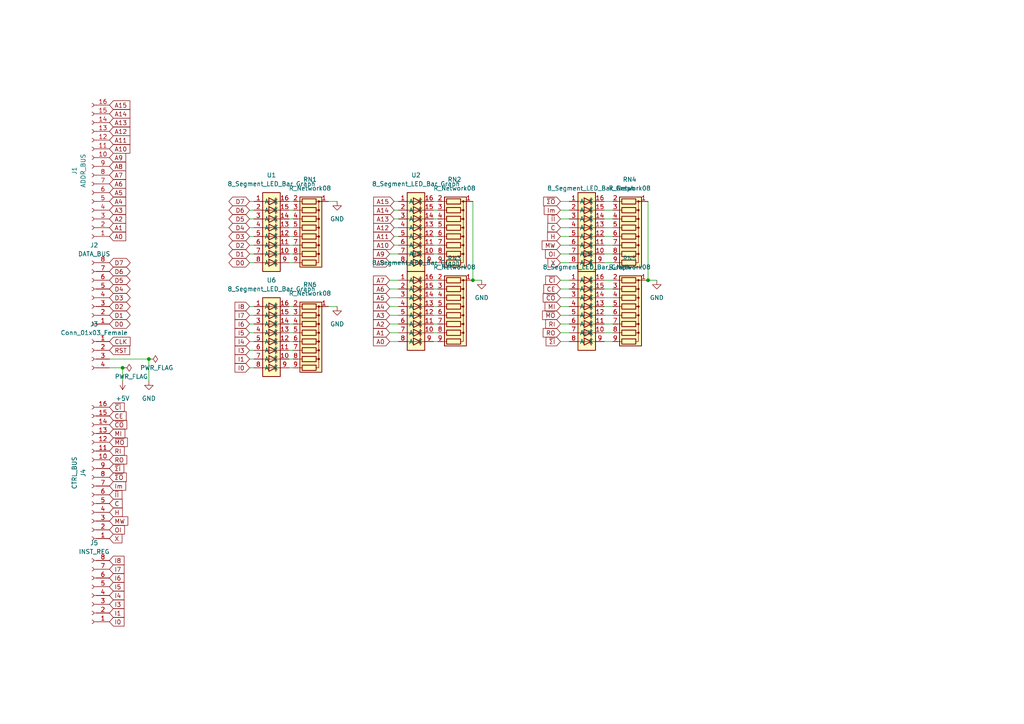
<source format=kicad_sch>
(kicad_sch (version 20211123) (generator eeschema)
  (paper "A4")
  (lib_symbols
    (symbol "Connector:Conn_01x04_Female" (pin_names (offset 1.016) hide)
      (property "Reference" "J" (at 0 5.08 0))
      (property "Value" "Conn_01x04_Female" (at 0 -7.62 0))
      (symbol "Conn_01x04_Female_1_1"
        (arc (start 0 -4.572) (mid -0.508 -5.08) (end 0 -5.588) (stroke (width 0.1524)))
        (arc (start 0 -2.032) (mid -0.508 -2.54) (end 0 -3.048) (stroke (width 0.1524)))
        (polyline (pts (xy -1.27 -5.08) (xy -0.508 -5.08)) (stroke (width 0.1524)))
        (polyline (pts (xy -1.27 -2.54) (xy -0.508 -2.54)) (stroke (width 0.1524)))
        (polyline (pts (xy -1.27 0) (xy -0.508 0)) (stroke (width 0.1524)))
        (polyline (pts (xy -1.27 2.54) (xy -0.508 2.54)) (stroke (width 0.1524)))
        (arc (start 0 0.508) (mid -0.508 0) (end 0 -0.508) (stroke (width 0.1524)))
        (arc (start 0 3.048) (mid -0.508 2.54) (end 0 2.032) (stroke (width 0.1524)))
        (pin passive line (at -5.08 2.54 0) (length 3.81) (name "Pin_1") (number "1"))
        (pin passive line (at -5.08 0 0) (length 3.81) (name "Pin_2") (number "2"))
        (pin passive line (at -5.08 -2.54 0) (length 3.81) (name "Pin_3") (number "3"))
        (pin passive line (at -5.08 -5.08 0) (length 3.81) (name "Pin_4") (number "4"))
      )
    )
    (symbol "Connector:Conn_01x08_Female" (pin_names (offset 1.016) hide)
      (property "Reference" "J" (at 0 10.16 0))
      (property "Value" "Conn_01x08_Female" (at 0 -12.7 0))
      (symbol "Conn_01x08_Female_1_1"
        (arc (start 0 -9.652) (mid -0.508 -10.16) (end 0 -10.668) (stroke (width 0.1524)))
        (arc (start 0 -7.112) (mid -0.508 -7.62) (end 0 -8.128) (stroke (width 0.1524)))
        (arc (start 0 -4.572) (mid -0.508 -5.08) (end 0 -5.588) (stroke (width 0.1524)))
        (arc (start 0 -2.032) (mid -0.508 -2.54) (end 0 -3.048) (stroke (width 0.1524)))
        (polyline (pts (xy -1.27 -10.16) (xy -0.508 -10.16)) (stroke (width 0.1524)))
        (polyline (pts (xy -1.27 -7.62) (xy -0.508 -7.62)) (stroke (width 0.1524)))
        (polyline (pts (xy -1.27 -5.08) (xy -0.508 -5.08)) (stroke (width 0.1524)))
        (polyline (pts (xy -1.27 -2.54) (xy -0.508 -2.54)) (stroke (width 0.1524)))
        (polyline (pts (xy -1.27 0) (xy -0.508 0)) (stroke (width 0.1524)))
        (polyline (pts (xy -1.27 2.54) (xy -0.508 2.54)) (stroke (width 0.1524)))
        (polyline (pts (xy -1.27 5.08) (xy -0.508 5.08)) (stroke (width 0.1524)))
        (polyline (pts (xy -1.27 7.62) (xy -0.508 7.62)) (stroke (width 0.1524)))
        (arc (start 0 0.508) (mid -0.508 0) (end 0 -0.508) (stroke (width 0.1524)))
        (arc (start 0 3.048) (mid -0.508 2.54) (end 0 2.032) (stroke (width 0.1524)))
        (arc (start 0 5.588) (mid -0.508 5.08) (end 0 4.572) (stroke (width 0.1524)))
        (arc (start 0 8.128) (mid -0.508 7.62) (end 0 7.112) (stroke (width 0.1524)))
        (pin passive line (at -5.08 7.62 0) (length 3.81) (name "Pin_1") (number "1"))
        (pin passive line (at -5.08 5.08 0) (length 3.81) (name "Pin_2") (number "2"))
        (pin passive line (at -5.08 2.54 0) (length 3.81) (name "Pin_3") (number "3"))
        (pin passive line (at -5.08 0 0) (length 3.81) (name "Pin_4") (number "4"))
        (pin passive line (at -5.08 -2.54 0) (length 3.81) (name "Pin_5") (number "5"))
        (pin passive line (at -5.08 -5.08 0) (length 3.81) (name "Pin_6") (number "6"))
        (pin passive line (at -5.08 -7.62 0) (length 3.81) (name "Pin_7") (number "7"))
        (pin passive line (at -5.08 -10.16 0) (length 3.81) (name "Pin_8") (number "8"))
      )
    )
    (symbol "Connector:Conn_01x16_Female" (pin_names (offset 1.016) hide)
      (property "Reference" "J" (at 0 20.32 0))
      (property "Value" "Conn_01x16_Female" (at 0 -22.86 0))
      (symbol "Conn_01x16_Female_1_1"
        (arc (start 0 -19.812) (mid -0.508 -20.32) (end 0 -20.828) (stroke (width 0.1524)))
        (arc (start 0 -17.272) (mid -0.508 -17.78) (end 0 -18.288) (stroke (width 0.1524)))
        (arc (start 0 -14.732) (mid -0.508 -15.24) (end 0 -15.748) (stroke (width 0.1524)))
        (arc (start 0 -12.192) (mid -0.508 -12.7) (end 0 -13.208) (stroke (width 0.1524)))
        (arc (start 0 -9.652) (mid -0.508 -10.16) (end 0 -10.668) (stroke (width 0.1524)))
        (arc (start 0 -7.112) (mid -0.508 -7.62) (end 0 -8.128) (stroke (width 0.1524)))
        (arc (start 0 -4.572) (mid -0.508 -5.08) (end 0 -5.588) (stroke (width 0.1524)))
        (arc (start 0 -2.032) (mid -0.508 -2.54) (end 0 -3.048) (stroke (width 0.1524)))
        (polyline (pts (xy -1.27 -20.32) (xy -0.508 -20.32)) (stroke (width 0.1524)))
        (polyline (pts (xy -1.27 -17.78) (xy -0.508 -17.78)) (stroke (width 0.1524)))
        (polyline (pts (xy -1.27 -15.24) (xy -0.508 -15.24)) (stroke (width 0.1524)))
        (polyline (pts (xy -1.27 -12.7) (xy -0.508 -12.7)) (stroke (width 0.1524)))
        (polyline (pts (xy -1.27 -10.16) (xy -0.508 -10.16)) (stroke (width 0.1524)))
        (polyline (pts (xy -1.27 -7.62) (xy -0.508 -7.62)) (stroke (width 0.1524)))
        (polyline (pts (xy -1.27 -5.08) (xy -0.508 -5.08)) (stroke (width 0.1524)))
        (polyline (pts (xy -1.27 -2.54) (xy -0.508 -2.54)) (stroke (width 0.1524)))
        (polyline (pts (xy -1.27 0) (xy -0.508 0)) (stroke (width 0.1524)))
        (polyline (pts (xy -1.27 2.54) (xy -0.508 2.54)) (stroke (width 0.1524)))
        (polyline (pts (xy -1.27 5.08) (xy -0.508 5.08)) (stroke (width 0.1524)))
        (polyline (pts (xy -1.27 7.62) (xy -0.508 7.62)) (stroke (width 0.1524)))
        (polyline (pts (xy -1.27 10.16) (xy -0.508 10.16)) (stroke (width 0.1524)))
        (polyline (pts (xy -1.27 12.7) (xy -0.508 12.7)) (stroke (width 0.1524)))
        (polyline (pts (xy -1.27 15.24) (xy -0.508 15.24)) (stroke (width 0.1524)))
        (polyline (pts (xy -1.27 17.78) (xy -0.508 17.78)) (stroke (width 0.1524)))
        (arc (start 0 0.508) (mid -0.508 0) (end 0 -0.508) (stroke (width 0.1524)))
        (arc (start 0 3.048) (mid -0.508 2.54) (end 0 2.032) (stroke (width 0.1524)))
        (arc (start 0 5.588) (mid -0.508 5.08) (end 0 4.572) (stroke (width 0.1524)))
        (arc (start 0 8.128) (mid -0.508 7.62) (end 0 7.112) (stroke (width 0.1524)))
        (arc (start 0 10.668) (mid -0.508 10.16) (end 0 9.652) (stroke (width 0.1524)))
        (arc (start 0 13.208) (mid -0.508 12.7) (end 0 12.192) (stroke (width 0.1524)))
        (arc (start 0 15.748) (mid -0.508 15.24) (end 0 14.732) (stroke (width 0.1524)))
        (arc (start 0 18.288) (mid -0.508 17.78) (end 0 17.272) (stroke (width 0.1524)))
        (pin passive line (at -5.08 17.78 0) (length 3.81) (name "Pin_1") (number "1"))
        (pin passive line (at -5.08 -5.08 0) (length 3.81) (name "Pin_10") (number "10"))
        (pin passive line (at -5.08 -7.62 0) (length 3.81) (name "Pin_11") (number "11"))
        (pin passive line (at -5.08 -10.16 0) (length 3.81) (name "Pin_12") (number "12"))
        (pin passive line (at -5.08 -12.7 0) (length 3.81) (name "Pin_13") (number "13"))
        (pin passive line (at -5.08 -15.24 0) (length 3.81) (name "Pin_14") (number "14"))
        (pin passive line (at -5.08 -17.78 0) (length 3.81) (name "Pin_15") (number "15"))
        (pin passive line (at -5.08 -20.32 0) (length 3.81) (name "Pin_16") (number "16"))
        (pin passive line (at -5.08 15.24 0) (length 3.81) (name "Pin_2") (number "2"))
        (pin passive line (at -5.08 12.7 0) (length 3.81) (name "Pin_3") (number "3"))
        (pin passive line (at -5.08 10.16 0) (length 3.81) (name "Pin_4") (number "4"))
        (pin passive line (at -5.08 7.62 0) (length 3.81) (name "Pin_5") (number "5"))
        (pin passive line (at -5.08 5.08 0) (length 3.81) (name "Pin_6") (number "6"))
        (pin passive line (at -5.08 2.54 0) (length 3.81) (name "Pin_7") (number "7"))
        (pin passive line (at -5.08 0 0) (length 3.81) (name "Pin_8") (number "8"))
        (pin passive line (at -5.08 -2.54 0) (length 3.81) (name "Pin_9") (number "9"))
      )
    )
    (symbol "Device:R_Network08" (pin_names (offset 0) hide)
      (property "Reference" "RN" (at -12.7 0 90))
      (property "Value" "R_Network08" (at 10.16 0 90))
      (symbol "R_Network08_0_1"
        (rectangle (start -11.43 -3.175) (end 8.89 3.175) (stroke (width 0.254)) (fill (type background)))
        (rectangle (start -10.922 1.524) (end -9.398 -2.54) (stroke (width 0.254)))
        (circle (center -10.16 2.286) (radius 0.254) (fill (type outline)))
        (rectangle (start -8.382 1.524) (end -6.858 -2.54) (stroke (width 0.254)))
        (circle (center -7.62 2.286) (radius 0.254) (fill (type outline)))
        (rectangle (start -5.842 1.524) (end -4.318 -2.54) (stroke (width 0.254)))
        (circle (center -5.08 2.286) (radius 0.254) (fill (type outline)))
        (rectangle (start -3.302 1.524) (end -1.778 -2.54) (stroke (width 0.254)))
        (circle (center -2.54 2.286) (radius 0.254) (fill (type outline)))
        (rectangle (start -0.762 1.524) (end 0.762 -2.54) (stroke (width 0.254)))
        (polyline (pts (xy -10.16 -2.54) (xy -10.16 -3.81)))
        (polyline (pts (xy -7.62 -2.54) (xy -7.62 -3.81)))
        (polyline (pts (xy -5.08 -2.54) (xy -5.08 -3.81)))
        (polyline (pts (xy -2.54 -2.54) (xy -2.54 -3.81)))
        (polyline (pts (xy 0 -2.54) (xy 0 -3.81)))
        (polyline (pts (xy 2.54 -2.54) (xy 2.54 -3.81)))
        (polyline (pts (xy 5.08 -2.54) (xy 5.08 -3.81)))
        (polyline (pts (xy 7.62 -2.54) (xy 7.62 -3.81)))
        (polyline (pts (xy -10.16 1.524) (xy -10.16 2.286) (xy -7.62 2.286) (xy -7.62 1.524)))
        (polyline (pts (xy -7.62 1.524) (xy -7.62 2.286) (xy -5.08 2.286) (xy -5.08 1.524)))
        (polyline (pts (xy -5.08 1.524) (xy -5.08 2.286) (xy -2.54 2.286) (xy -2.54 1.524)))
        (polyline (pts (xy -2.54 1.524) (xy -2.54 2.286) (xy 0 2.286) (xy 0 1.524)))
        (polyline (pts (xy 0 1.524) (xy 0 2.286) (xy 2.54 2.286) (xy 2.54 1.524)))
        (polyline (pts (xy 2.54 1.524) (xy 2.54 2.286) (xy 5.08 2.286) (xy 5.08 1.524)))
        (polyline (pts (xy 5.08 1.524) (xy 5.08 2.286) (xy 7.62 2.286) (xy 7.62 1.524)))
        (circle (center 0 2.286) (radius 0.254) (fill (type outline)))
        (rectangle (start 1.778 1.524) (end 3.302 -2.54) (stroke (width 0.254)))
        (circle (center 2.54 2.286) (radius 0.254) (fill (type outline)))
        (rectangle (start 4.318 1.524) (end 5.842 -2.54) (stroke (width 0.254)))
        (circle (center 5.08 2.286) (radius 0.254) (fill (type outline)))
        (rectangle (start 6.858 1.524) (end 8.382 -2.54) (stroke (width 0.254)))
      )
      (symbol "R_Network08_1_1"
        (pin passive line (at -10.16 5.08 270) (length 2.54) (name "common") (number "1"))
        (pin passive line (at -10.16 -5.08 90) (length 1.27) (name "R1") (number "2"))
        (pin passive line (at -7.62 -5.08 90) (length 1.27) (name "R2") (number "3"))
        (pin passive line (at -5.08 -5.08 90) (length 1.27) (name "R3") (number "4"))
        (pin passive line (at -2.54 -5.08 90) (length 1.27) (name "R4") (number "5"))
        (pin passive line (at 0 -5.08 90) (length 1.27) (name "R5") (number "6"))
        (pin passive line (at 2.54 -5.08 90) (length 1.27) (name "R6") (number "7"))
        (pin passive line (at 5.08 -5.08 90) (length 1.27) (name "R7") (number "8"))
        (pin passive line (at 7.62 -5.08 90) (length 1.27) (name "R8") (number "9"))
      )
    )
    (symbol "LED:8_Segment_LED_Bar_Graph"
      (property "Reference" "U" (at 0 0 0))
      (property "Value" "8_Segment_LED_Bar_Graph" (at 0 0 0))
      (symbol "8_Segment_LED_Bar_Graph_0_1"
        (rectangle (start -2.54 13.97) (end 2.54 -8.89) (stroke (width 0.254)) (fill (type background)))
        (polyline (pts (xy -2.54 -6.35) (xy 2.54 -6.35)))
        (polyline (pts (xy -2.54 -3.81) (xy 2.54 -3.81)))
        (polyline (pts (xy -2.54 1.27) (xy 2.54 1.27)))
        (polyline (pts (xy -2.54 6.35) (xy 2.54 6.35)))
        (polyline (pts (xy -2.54 8.89) (xy 2.54 8.89)))
        (polyline (pts (xy -2.54 11.43) (xy 2.54 11.43)))
        (polyline (pts (xy 1.27 -5.334) (xy 1.27 -7.366)) (stroke (width 0.254)))
        (polyline (pts (xy 1.27 -2.794) (xy 1.27 -4.826)) (stroke (width 0.254)))
        (polyline (pts (xy 1.27 -0.254) (xy 1.27 -2.286)) (stroke (width 0.254)))
        (polyline (pts (xy 1.27 2.286) (xy 1.27 0.254)) (stroke (width 0.254)))
        (polyline (pts (xy 1.27 4.826) (xy 1.27 2.794)) (stroke (width 0.254)))
        (polyline (pts (xy 1.27 7.366) (xy 1.27 5.334)) (stroke (width 0.254)))
        (polyline (pts (xy 1.27 9.906) (xy 1.27 7.874)) (stroke (width 0.254)))
        (polyline (pts (xy 1.27 12.446) (xy 1.27 10.414)) (stroke (width 0.254)))
        (polyline (pts (xy 2.54 -1.27) (xy -2.54 -1.27)))
        (polyline (pts (xy 2.54 3.81) (xy -2.54 3.81)))
        (polyline (pts (xy -0.762 -5.334) (xy -0.762 -7.366) (xy 1.27 -6.35) (xy -0.762 -5.334)) (stroke (width 0.254)))
        (polyline (pts (xy -0.762 -2.794) (xy -0.762 -4.826) (xy 1.27 -3.81) (xy -0.762 -2.794)) (stroke (width 0.254)))
        (polyline (pts (xy -0.762 -0.254) (xy -0.762 -2.286) (xy 1.27 -1.27) (xy -0.762 -0.254)) (stroke (width 0.254)))
        (polyline (pts (xy -0.762 2.286) (xy -0.762 0.254) (xy 1.27 1.27) (xy -0.762 2.286)) (stroke (width 0.254)))
        (polyline (pts (xy -0.762 4.826) (xy -0.762 2.794) (xy 1.27 3.81) (xy -0.762 4.826)) (stroke (width 0.254)))
        (polyline (pts (xy -0.762 7.366) (xy -0.762 5.334) (xy 1.27 6.35) (xy -0.762 7.366)) (stroke (width 0.254)))
        (polyline (pts (xy -0.762 9.906) (xy -0.762 7.874) (xy 1.27 8.89) (xy -0.762 9.906)) (stroke (width 0.254)))
        (polyline (pts (xy -0.762 12.446) (xy -0.762 10.414) (xy 1.27 11.43) (xy -0.762 12.446)) (stroke (width 0.254)))
      )
      (symbol "8_Segment_LED_Bar_Graph_1_1"
        (pin passive line (at -5.08 11.43 0) (length 2.54) (name "A") (number "1"))
        (pin passive line (at 5.08 -3.81 180) (length 2.54) (name "K") (number "10"))
        (pin passive line (at 5.08 -1.27 180) (length 2.54) (name "K") (number "11"))
        (pin passive line (at 5.08 1.27 180) (length 2.54) (name "K") (number "12"))
        (pin passive line (at 5.08 3.81 180) (length 2.54) (name "K") (number "13"))
        (pin passive line (at 5.08 6.35 180) (length 2.54) (name "K") (number "14"))
        (pin passive line (at 5.08 8.89 180) (length 2.54) (name "K") (number "15"))
        (pin passive line (at 5.08 11.43 180) (length 2.54) (name "K") (number "16"))
        (pin passive line (at -5.08 8.89 0) (length 2.54) (name "A") (number "2"))
        (pin passive line (at -5.08 6.35 0) (length 2.54) (name "A") (number "3"))
        (pin passive line (at -5.08 3.81 0) (length 2.54) (name "A") (number "4"))
        (pin passive line (at -5.08 1.27 0) (length 2.54) (name "A") (number "5"))
        (pin passive line (at -5.08 -1.27 0) (length 2.54) (name "A") (number "6"))
        (pin passive line (at -5.08 -3.81 0) (length 2.54) (name "A") (number "7"))
        (pin passive line (at -5.08 -6.35 0) (length 2.54) (name "A") (number "8"))
        (pin passive line (at 5.08 -6.35 180) (length 2.54) (name "K") (number "9"))
      )
    )
    (symbol "power:+5V" (power) (pin_names (offset 0))
      (property "Value" "+5V" (at 0 3.556 0))
      (symbol "+5V_0_1"
        (polyline (pts (xy -0.762 1.27) (xy 0 2.54)))
        (polyline (pts (xy 0 0) (xy 0 2.54)))
        (polyline (pts (xy 0 2.54) (xy 0.762 1.27)))
      )
      (symbol "+5V_1_1"
        (pin power_in line (at 0 0 90) (length 0) hide (name "+5V") (number "1"))
      )
    )
    (symbol "power:GND" (power) (pin_names (offset 0))
      (property "Value" "GND" (at 0 -3.81 0))
      (symbol "GND_0_1"
        (polyline (pts (xy 0 0) (xy 0 -1.27) (xy 1.27 -1.27) (xy 0 -2.54) (xy -1.27 -1.27) (xy 0 -1.27)))
      )
      (symbol "GND_1_1"
        (pin power_in line (at 0 0 270) (length 0) hide (name "GND") (number "1"))
      )
    )
    (symbol "power:PWR_FLAG" (power) (pin_numbers hide) (pin_names (offset 0) hide)
      (property "Value" "PWR_FLAG" (at 0 3.81 0))
      (symbol "PWR_FLAG_0_0"
        (pin power_out line (at 0 0 90) (length 0) (name "pwr") (number "1"))
      )
      (symbol "PWR_FLAG_0_1"
        (polyline (pts (xy 0 0) (xy 0 1.27) (xy -1.016 1.905) (xy 0 2.54) (xy 1.016 1.905) (xy 0 1.27)))
      )
    )
  )
  (junction (at 187.96 81.28))
  (junction (at 137.16 81.28))
  (junction (at 35.56 106.68))
  (junction (at 43.18 104.14))
  (wire (pts (xy 175.26 93.98) (xy 177.8 93.98)))
  (wire (pts (xy 165.1 91.44) (xy 162.56 91.44)))
  (wire (pts (xy 115.57 81.28) (xy 113.03 81.28)))
  (wire (pts (xy 83.82 66.04) (xy 85.09 66.04)))
  (wire (pts (xy 125.73 66.04) (xy 127 66.04)))
  (wire (pts (xy 125.73 58.42) (xy 127 58.42)))
  (wire (pts (xy 165.1 66.04) (xy 162.56 66.04)))
  (wire (pts (xy 83.82 106.68) (xy 85.09 106.68)))
  (wire (pts (xy 175.26 60.96) (xy 177.8 60.96)))
  (wire (pts (xy 125.73 99.06) (xy 127 99.06)))
  (wire (pts (xy 165.1 81.28) (xy 162.56 81.28)))
  (wire (pts (xy 73.66 73.66) (xy 72.39 73.66)))
  (wire (pts (xy 175.26 71.12) (xy 177.8 71.12)))
  (wire (pts (xy 83.82 96.52) (xy 85.09 96.52)))
  (wire (pts (xy 115.57 88.9) (xy 113.03 88.9)))
  (wire (pts (xy 114.3 63.5) (xy 115.57 63.5)))
  (wire (pts (xy 73.66 93.98) (xy 72.39 93.98)))
  (wire (pts (xy 83.82 99.06) (xy 85.09 99.06)))
  (wire (pts (xy 95.25 58.42) (xy 97.79 58.42)))
  (wire (pts (xy 165.1 76.2) (xy 162.56 76.2)))
  (wire (pts (xy 73.66 68.58) (xy 72.39 68.58)))
  (wire (pts (xy 114.3 58.42) (xy 115.57 58.42)))
  (wire (pts (xy 73.66 71.12) (xy 72.39 71.12)))
  (wire (pts (xy 73.66 106.68) (xy 72.39 106.68)))
  (wire (pts (xy 165.1 96.52) (xy 162.56 96.52)))
  (wire (pts (xy 137.16 58.42) (xy 137.16 81.28)))
  (wire (pts (xy 175.26 73.66) (xy 177.8 73.66)))
  (wire (pts (xy 73.66 76.2) (xy 72.39 76.2)))
  (wire (pts (xy 125.73 88.9) (xy 127 88.9)))
  (wire (pts (xy 83.82 71.12) (xy 85.09 71.12)))
  (wire (pts (xy 125.73 63.5) (xy 127 63.5)))
  (wire (pts (xy 73.66 96.52) (xy 72.39 96.52)))
  (wire (pts (xy 175.26 91.44) (xy 177.8 91.44)))
  (wire (pts (xy 175.26 81.28) (xy 177.8 81.28)))
  (wire (pts (xy 165.1 73.66) (xy 162.56 73.66)))
  (wire (pts (xy 115.57 93.98) (xy 113.03 93.98)))
  (wire (pts (xy 43.18 104.14) (xy 43.18 110.49)))
  (wire (pts (xy 165.1 71.12) (xy 162.56 71.12)))
  (wire (pts (xy 114.3 68.58) (xy 115.57 68.58)))
  (wire (pts (xy 73.66 99.06) (xy 72.39 99.06)))
  (wire (pts (xy 165.1 58.42) (xy 162.56 58.42)))
  (wire (pts (xy 125.73 81.28) (xy 127 81.28)))
  (wire (pts (xy 83.82 101.6) (xy 85.09 101.6)))
  (wire (pts (xy 187.96 58.42) (xy 187.96 81.28)))
  (wire (pts (xy 114.3 71.12) (xy 115.57 71.12)))
  (wire (pts (xy 31.75 104.14) (xy 43.18 104.14)))
  (wire (pts (xy 73.66 66.04) (xy 72.39 66.04)))
  (wire (pts (xy 115.57 99.06) (xy 113.03 99.06)))
  (wire (pts (xy 73.66 101.6) (xy 72.39 101.6)))
  (wire (pts (xy 165.1 60.96) (xy 162.56 60.96)))
  (wire (pts (xy 125.73 71.12) (xy 127 71.12)))
  (wire (pts (xy 175.26 88.9) (xy 177.8 88.9)))
  (wire (pts (xy 175.26 58.42) (xy 177.8 58.42)))
  (wire (pts (xy 113.03 76.2) (xy 115.57 76.2)))
  (wire (pts (xy 73.66 63.5) (xy 72.39 63.5)))
  (wire (pts (xy 113.03 73.66) (xy 115.57 73.66)))
  (wire (pts (xy 125.73 76.2) (xy 127 76.2)))
  (wire (pts (xy 175.26 68.58) (xy 177.8 68.58)))
  (wire (pts (xy 125.73 91.44) (xy 127 91.44)))
  (wire (pts (xy 115.57 86.36) (xy 113.03 86.36)))
  (wire (pts (xy 125.73 83.82) (xy 127 83.82)))
  (wire (pts (xy 114.3 66.04) (xy 115.57 66.04)))
  (wire (pts (xy 165.1 93.98) (xy 162.56 93.98)))
  (wire (pts (xy 137.16 81.28) (xy 139.7 81.28)))
  (wire (pts (xy 175.26 63.5) (xy 177.8 63.5)))
  (wire (pts (xy 165.1 68.58) (xy 162.56 68.58)))
  (wire (pts (xy 175.26 66.04) (xy 177.8 66.04)))
  (wire (pts (xy 115.57 83.82) (xy 113.03 83.82)))
  (wire (pts (xy 115.57 96.52) (xy 113.03 96.52)))
  (wire (pts (xy 83.82 60.96) (xy 85.09 60.96)))
  (wire (pts (xy 73.66 91.44) (xy 72.39 91.44)))
  (wire (pts (xy 165.1 99.06) (xy 162.56 99.06)))
  (wire (pts (xy 83.82 73.66) (xy 85.09 73.66)))
  (wire (pts (xy 83.82 63.5) (xy 85.09 63.5)))
  (wire (pts (xy 73.66 60.96) (xy 72.39 60.96)))
  (wire (pts (xy 95.25 88.9) (xy 97.79 88.9)))
  (wire (pts (xy 73.66 58.42) (xy 72.39 58.42)))
  (wire (pts (xy 83.82 76.2) (xy 85.09 76.2)))
  (wire (pts (xy 125.73 86.36) (xy 127 86.36)))
  (wire (pts (xy 83.82 88.9) (xy 85.09 88.9)))
  (wire (pts (xy 165.1 63.5) (xy 162.56 63.5)))
  (wire (pts (xy 175.26 76.2) (xy 177.8 76.2)))
  (wire (pts (xy 165.1 86.36) (xy 162.56 86.36)))
  (wire (pts (xy 83.82 58.42) (xy 85.09 58.42)))
  (wire (pts (xy 165.1 83.82) (xy 162.56 83.82)))
  (wire (pts (xy 115.57 91.44) (xy 113.03 91.44)))
  (wire (pts (xy 83.82 104.14) (xy 85.09 104.14)))
  (wire (pts (xy 83.82 93.98) (xy 85.09 93.98)))
  (wire (pts (xy 175.26 96.52) (xy 177.8 96.52)))
  (wire (pts (xy 114.3 60.96) (xy 115.57 60.96)))
  (wire (pts (xy 83.82 91.44) (xy 85.09 91.44)))
  (wire (pts (xy 73.66 88.9) (xy 72.39 88.9)))
  (wire (pts (xy 165.1 88.9) (xy 162.56 88.9)))
  (wire (pts (xy 83.82 68.58) (xy 85.09 68.58)))
  (wire (pts (xy 35.56 106.68) (xy 35.56 110.49)))
  (wire (pts (xy 125.73 68.58) (xy 127 68.58)))
  (wire (pts (xy 175.26 83.82) (xy 177.8 83.82)))
  (wire (pts (xy 175.26 86.36) (xy 177.8 86.36)))
  (wire (pts (xy 125.73 93.98) (xy 127 93.98)))
  (wire (pts (xy 31.75 106.68) (xy 35.56 106.68)))
  (wire (pts (xy 175.26 99.06) (xy 177.8 99.06)))
  (wire (pts (xy 125.73 60.96) (xy 127 60.96)))
  (wire (pts (xy 187.96 81.28) (xy 190.5 81.28)))
  (wire (pts (xy 73.66 104.14) (xy 72.39 104.14)))
  (wire (pts (xy 125.73 73.66) (xy 127 73.66)))
  (wire (pts (xy 125.73 96.52) (xy 127 96.52)))
  (global_label "I1" (shape input) (at 72.39 104.14 180) (property "Intersheet References" "${INTERSHEET_REFS}" (effects hide)))
  (global_label "I3" (shape input) (at 72.39 101.6 180) (property "Intersheet References" "${INTERSHEET_REFS}" (effects hide)))
  (global_label "RO" (shape input) (at 31.75 133.35 0) (property "Intersheet References" "${INTERSHEET_REFS}" (effects hide)))
  (global_label "~{MO}" (shape input) (at 162.56 91.44 180) (property "Intersheet References" "${INTERSHEET_REFS}" (effects hide)))
  (global_label "D0" (shape tri_state) (at 31.75 93.98 0) (property "Intersheet References" "${INTERSHEET_REFS}" (effects hide)))
  (global_label "CLK" (shape input) (at 31.75 99.06 0) (property "Intersheet References" "${INTERSHEET_REFS}" (effects hide)))
  (global_label "D5" (shape tri_state) (at 31.75 81.28 0) (property "Intersheet References" "${INTERSHEET_REFS}" (effects hide)))
  (global_label "I5" (shape input) (at 31.75 170.18 0) (property "Intersheet References" "${INTERSHEET_REFS}" (effects hide)))
  (global_label "A8" (shape input) (at 113.03 76.2 180) (property "Intersheet References" "${INTERSHEET_REFS}" (effects hide)))
  (global_label "A9" (shape input) (at 31.75 45.72 0) (property "Intersheet References" "${INTERSHEET_REFS}" (effects hide)))
  (global_label "I0" (shape input) (at 72.39 106.68 180) (property "Intersheet References" "${INTERSHEET_REFS}" (effects hide)))
  (global_label "~{CI}" (shape input) (at 31.75 118.11 0) (property "Intersheet References" "${INTERSHEET_REFS}" (effects hide)))
  (global_label "A2" (shape input) (at 113.03 93.98 180) (property "Intersheet References" "${INTERSHEET_REFS}" (effects hide)))
  (global_label "~{II}" (shape input) (at 31.75 143.51 0) (property "Intersheet References" "${INTERSHEET_REFS}" (effects hide)))
  (global_label "A6" (shape input) (at 31.75 53.34 0) (property "Intersheet References" "${INTERSHEET_REFS}" (effects hide)))
  (global_label "C" (shape input) (at 162.56 66.04 180) (property "Intersheet References" "${INTERSHEET_REFS}" (effects hide)))
  (global_label "I8" (shape input) (at 31.75 162.56 0) (property "Intersheet References" "${INTERSHEET_REFS}" (effects hide)))
  (global_label "A11" (shape input) (at 114.3 68.58 180) (property "Intersheet References" "${INTERSHEET_REFS}" (effects hide)))
  (global_label "A2" (shape input) (at 31.75 63.5 0) (property "Intersheet References" "${INTERSHEET_REFS}" (effects hide)))
  (global_label "D2" (shape tri_state) (at 31.75 88.9 0) (property "Intersheet References" "${INTERSHEET_REFS}" (effects hide)))
  (global_label "X" (shape input) (at 31.75 156.21 0) (property "Intersheet References" "${INTERSHEET_REFS}" (effects hide)))
  (global_label "MW" (shape input) (at 162.56 71.12 180) (property "Intersheet References" "${INTERSHEET_REFS}" (effects hide)))
  (global_label "~{ΣI}" (shape input) (at 162.56 99.06 180) (property "Intersheet References" "${INTERSHEET_REFS}" (effects hide)))
  (global_label "I4" (shape input) (at 31.75 172.72 0) (property "Intersheet References" "${INTERSHEET_REFS}" (effects hide)))
  (global_label "A15" (shape input) (at 114.3 58.42 180) (property "Intersheet References" "${INTERSHEET_REFS}" (effects hide)))
  (global_label "A13" (shape input) (at 31.75 35.56 0) (property "Intersheet References" "${INTERSHEET_REFS}" (effects hide)))
  (global_label "I8" (shape input) (at 72.39 88.9 180) (property "Intersheet References" "${INTERSHEET_REFS}" (effects hide)))
  (global_label "D0" (shape tri_state) (at 72.39 76.2 180) (property "Intersheet References" "${INTERSHEET_REFS}" (effects hide)))
  (global_label "A0" (shape input) (at 31.75 68.58 0) (property "Intersheet References" "${INTERSHEET_REFS}" (effects hide)))
  (global_label "A12" (shape input) (at 114.3 66.04 180) (property "Intersheet References" "${INTERSHEET_REFS}" (effects hide)))
  (global_label "A14" (shape input) (at 31.75 33.02 0) (property "Intersheet References" "${INTERSHEET_REFS}" (effects hide)))
  (global_label "~{CO}" (shape input) (at 162.56 86.36 180) (property "Intersheet References" "${INTERSHEET_REFS}" (effects hide)))
  (global_label "D1" (shape tri_state) (at 31.75 91.44 0) (property "Intersheet References" "${INTERSHEET_REFS}" (effects hide)))
  (global_label "A3" (shape input) (at 113.03 91.44 180) (property "Intersheet References" "${INTERSHEET_REFS}" (effects hide)))
  (global_label "I4" (shape input) (at 72.39 99.06 180) (property "Intersheet References" "${INTERSHEET_REFS}" (effects hide)))
  (global_label "~{CI}" (shape input) (at 162.56 81.28 180) (property "Intersheet References" "${INTERSHEET_REFS}" (effects hide)))
  (global_label "RI" (shape input) (at 31.75 130.81 0) (property "Intersheet References" "${INTERSHEET_REFS}" (effects hide)))
  (global_label "X" (shape input) (at 162.56 76.2 180) (property "Intersheet References" "${INTERSHEET_REFS}" (effects hide)))
  (global_label "A15" (shape input) (at 31.75 30.48 0) (property "Intersheet References" "${INTERSHEET_REFS}" (effects hide)))
  (global_label "A5" (shape input) (at 31.75 55.88 0) (property "Intersheet References" "${INTERSHEET_REFS}" (effects hide)))
  (global_label "A8" (shape input) (at 31.75 48.26 0) (property "Intersheet References" "${INTERSHEET_REFS}" (effects hide)))
  (global_label "D5" (shape tri_state) (at 72.39 63.5 180) (property "Intersheet References" "${INTERSHEET_REFS}" (effects hide)))
  (global_label "A1" (shape input) (at 31.75 66.04 0) (property "Intersheet References" "${INTERSHEET_REFS}" (effects hide)))
  (global_label "A11" (shape input) (at 31.75 40.64 0) (property "Intersheet References" "${INTERSHEET_REFS}" (effects hide)))
  (global_label "D6" (shape tri_state) (at 31.75 78.74 0) (property "Intersheet References" "${INTERSHEET_REFS}" (effects hide)))
  (global_label "I0" (shape input) (at 31.75 180.34 0) (property "Intersheet References" "${INTERSHEET_REFS}" (effects hide)))
  (global_label "D3" (shape tri_state) (at 72.39 68.58 180) (property "Intersheet References" "${INTERSHEET_REFS}" (effects hide)))
  (global_label "A7" (shape input) (at 31.75 50.8 0) (property "Intersheet References" "${INTERSHEET_REFS}" (effects hide)))
  (global_label "OI" (shape input) (at 31.75 153.67 0) (property "Intersheet References" "${INTERSHEET_REFS}" (effects hide)))
  (global_label "~{ΣO}" (shape input) (at 31.75 138.43 0) (property "Intersheet References" "${INTERSHEET_REFS}" (effects hide)))
  (global_label "A4" (shape input) (at 31.75 58.42 0) (property "Intersheet References" "${INTERSHEET_REFS}" (effects hide)))
  (global_label "~{ΣO}" (shape input) (at 162.56 58.42 180) (property "Intersheet References" "${INTERSHEET_REFS}" (effects hide)))
  (global_label "I7" (shape input) (at 72.39 91.44 180) (property "Intersheet References" "${INTERSHEET_REFS}" (effects hide)))
  (global_label "A7" (shape input) (at 113.03 81.28 180) (property "Intersheet References" "${INTERSHEET_REFS}" (effects hide)))
  (global_label "CE" (shape input) (at 31.75 120.65 0) (property "Intersheet References" "${INTERSHEET_REFS}" (effects hide)))
  (global_label "A13" (shape input) (at 114.3 63.5 180) (property "Intersheet References" "${INTERSHEET_REFS}" (effects hide)))
  (global_label "I6" (shape input) (at 31.75 167.64 0) (property "Intersheet References" "${INTERSHEET_REFS}" (effects hide)))
  (global_label "~{ΣI}" (shape input) (at 31.75 135.89 0) (property "Intersheet References" "${INTERSHEET_REFS}" (effects hide)))
  (global_label "A5" (shape input) (at 113.03 86.36 180) (property "Intersheet References" "${INTERSHEET_REFS}" (effects hide)))
  (global_label "I5" (shape input) (at 72.39 96.52 180) (property "Intersheet References" "${INTERSHEET_REFS}" (effects hide)))
  (global_label "RST" (shape input) (at 31.75 101.6 0) (property "Intersheet References" "${INTERSHEET_REFS}" (effects hide)))
  (global_label "Im" (shape input) (at 162.56 60.96 180) (property "Intersheet References" "${INTERSHEET_REFS}" (effects hide)))
  (global_label "A6" (shape input) (at 113.03 83.82 180) (property "Intersheet References" "${INTERSHEET_REFS}" (effects hide)))
  (global_label "A9" (shape input) (at 113.03 73.66 180) (property "Intersheet References" "${INTERSHEET_REFS}" (effects hide)))
  (global_label "D3" (shape tri_state) (at 31.75 86.36 0) (property "Intersheet References" "${INTERSHEET_REFS}" (effects hide)))
  (global_label "RI" (shape input) (at 162.56 93.98 180) (property "Intersheet References" "${INTERSHEET_REFS}" (effects hide)))
  (global_label "I7" (shape input) (at 31.75 165.1 0) (property "Intersheet References" "${INTERSHEET_REFS}" (effects hide)))
  (global_label "OI" (shape input) (at 162.56 73.66 180) (property "Intersheet References" "${INTERSHEET_REFS}" (effects hide)))
  (global_label "A3" (shape input) (at 31.75 60.96 0) (property "Intersheet References" "${INTERSHEET_REFS}" (effects hide)))
  (global_label "~{II}" (shape input) (at 162.56 63.5 180) (property "Intersheet References" "${INTERSHEET_REFS}" (effects hide)))
  (global_label "A0" (shape input) (at 113.03 99.06 180) (property "Intersheet References" "${INTERSHEET_REFS}" (effects hide)))
  (global_label "I1" (shape input) (at 31.75 177.8 0) (property "Intersheet References" "${INTERSHEET_REFS}" (effects hide)))
  (global_label "~{MO}" (shape input) (at 31.75 128.27 0) (property "Intersheet References" "${INTERSHEET_REFS}" (effects hide)))
  (global_label "I6" (shape input) (at 72.39 93.98 180) (property "Intersheet References" "${INTERSHEET_REFS}" (effects hide)))
  (global_label "MI" (shape input) (at 31.75 125.73 0) (property "Intersheet References" "${INTERSHEET_REFS}" (effects hide)))
  (global_label "CE" (shape input) (at 162.56 83.82 180) (property "Intersheet References" "${INTERSHEET_REFS}" (effects hide)))
  (global_label "C" (shape input) (at 31.75 146.05 0) (property "Intersheet References" "${INTERSHEET_REFS}" (effects hide)))
  (global_label "D1" (shape tri_state) (at 72.39 73.66 180) (property "Intersheet References" "${INTERSHEET_REFS}" (effects hide)))
  (global_label "A12" (shape input) (at 31.75 38.1 0) (property "Intersheet References" "${INTERSHEET_REFS}" (effects hide)))
  (global_label "A1" (shape input) (at 113.03 96.52 180) (property "Intersheet References" "${INTERSHEET_REFS}" (effects hide)))
  (global_label "A10" (shape input) (at 31.75 43.18 0) (property "Intersheet References" "${INTERSHEET_REFS}" (effects hide)))
  (global_label "RO" (shape input) (at 162.56 96.52 180) (property "Intersheet References" "${INTERSHEET_REFS}" (effects hide)))
  (global_label "I3" (shape input) (at 31.75 175.26 0) (property "Intersheet References" "${INTERSHEET_REFS}" (effects hide)))
  (global_label "D2" (shape tri_state) (at 72.39 71.12 180) (property "Intersheet References" "${INTERSHEET_REFS}" (effects hide)))
  (global_label "H" (shape input) (at 162.56 68.58 180) (property "Intersheet References" "${INTERSHEET_REFS}" (effects hide)))
  (global_label "D4" (shape tri_state) (at 72.39 66.04 180) (property "Intersheet References" "${INTERSHEET_REFS}" (effects hide)))
  (global_label "D6" (shape tri_state) (at 72.39 60.96 180) (property "Intersheet References" "${INTERSHEET_REFS}" (effects hide)))
  (global_label "D4" (shape tri_state) (at 31.75 83.82 0) (property "Intersheet References" "${INTERSHEET_REFS}" (effects hide)))
  (global_label "D7" (shape tri_state) (at 31.75 76.2 0) (property "Intersheet References" "${INTERSHEET_REFS}" (effects hide)))
  (global_label "A14" (shape input) (at 114.3 60.96 180) (property "Intersheet References" "${INTERSHEET_REFS}" (effects hide)))
  (global_label "Im" (shape input) (at 31.75 140.97 0) (property "Intersheet References" "${INTERSHEET_REFS}" (effects hide)))
  (global_label "MI" (shape input) (at 162.56 88.9 180) (property "Intersheet References" "${INTERSHEET_REFS}" (effects hide)))
  (global_label "D7" (shape tri_state) (at 72.39 58.42 180) (property "Intersheet References" "${INTERSHEET_REFS}" (effects hide)))
  (global_label "A10" (shape input) (at 114.3 71.12 180) (property "Intersheet References" "${INTERSHEET_REFS}" (effects hide)))
  (global_label "H" (shape input) (at 31.75 148.59 0) (property "Intersheet References" "${INTERSHEET_REFS}" (effects hide)))
  (global_label "MW" (shape input) (at 31.75 151.13 0) (property "Intersheet References" "${INTERSHEET_REFS}" (effects hide)))
  (global_label "~{CO}" (shape input) (at 31.75 123.19 0) (property "Intersheet References" "${INTERSHEET_REFS}" (effects hide)))
  (global_label "A4" (shape input) (at 113.03 88.9 180) (property "Intersheet References" "${INTERSHEET_REFS}" (effects hide)))
  (symbol (lib_id "LED:8_Segment_LED_Bar_Graph") (at 170.18 69.85 0) (unit 1)
    (property "Reference" "U4" (at 170.18 96.52 0))
    (property "Value" "8_Segment_LED_Bar_Graph" (at 171.45 54.61 0))
    (property "Footprint" "Display:8-SEGMENT_LED" (effects hide))
  )
  (symbol (lib_id "Device:R_Network08") (at 132.08 68.58 270) (unit 1)
    (property "Reference" "RN2" (at 131.826 52.07 90))
    (property "Value" "R_Network08" (at 131.826 54.61 90))
    (property "Footprint" "Resistor_THT:R_Array_SIP9" (effects hide))
    (property "Datasheet" "http://www.vishay.com/docs/31509/csc.pdf" (effects hide))
  )
  (symbol (lib_id "LED:8_Segment_LED_Bar_Graph") (at 120.65 92.71 0) (unit 1)
    (property "Reference" "U3" (at 120.65 73.66 0))
    (property "Value" "8_Segment_LED_Bar_Graph" (at 120.65 76.2 0))
    (property "Footprint" "Display:8-SEGMENT_LED" (effects hide))
  )
  (symbol (lib_id "Device:R_Network08") (at 90.17 99.06 270) (unit 1)
    (property "Reference" "RN6" (at 89.916 82.55 90))
    (property "Value" "R_Network08" (at 89.916 85.09 90))
    (property "Footprint" "Resistor_THT:R_Array_SIP9" (effects hide))
    (property "Datasheet" "http://www.vishay.com/docs/31509/csc.pdf" (effects hide))
  )
  (symbol (lib_id "Connector:Conn_01x16_Female") (at 26.67 138.43 180) (unit 1)
    (property "Reference" "J4" (at 24.13 137.16 90))
    (property "Value" "CTRL_BUS" (at 21.59 137.16 90))
    (property "Footprint" "Connector_PinSocket_2.54mm:PinSocket_1x16_P2.54mm_Vertical" (effects hide))
  )
  (symbol (lib_id "power:PWR_FLAG") (at 43.18 104.14 270) (unit 1)
    (property "Reference" "#FLG02" (effects hide))
    (property "Value" "PWR_FLAG" (at 40.64 106.68 90) (effects (justify left)))
  )
  (symbol (lib_id "Device:R_Network08") (at 90.17 68.58 270) (unit 1)
    (property "Reference" "RN1" (at 89.916 52.07 90))
    (property "Value" "R_Network08" (at 89.916 54.61 90))
    (property "Footprint" "Resistor_THT:R_Array_SIP9" (effects hide))
    (property "Datasheet" "http://www.vishay.com/docs/31509/csc.pdf" (effects hide))
  )
  (symbol (lib_id "LED:8_Segment_LED_Bar_Graph") (at 170.18 92.71 0) (unit 1)
    (property "Reference" "U5" (at 170.18 73.66 0))
    (property "Value" "8_Segment_LED_Bar_Graph" (at 170.18 77.47 0))
    (property "Footprint" "Display:8-SEGMENT_LED" (effects hide))
  )
  (symbol (lib_id "Connector:Conn_01x04_Female") (at 26.67 101.6 0) (mirror y) (unit 1)
    (property "Reference" "J3" (at 27.305 93.98 0))
    (property "Value" "Conn_01x03_Female" (at 27.305 96.52 0))
    (property "Footprint" "Connector_PinSocket_2.54mm:PinSocket_1x04_P2.54mm_Vertical" (effects hide))
  )
  (symbol (lib_id "Connector:Conn_01x08_Female") (at 26.67 172.72 180) (unit 1)
    (property "Reference" "J5" (at 27.305 157.48 0))
    (property "Value" "INST_REG" (at 27.305 160.02 0))
    (property "Footprint" "Connector_PinSocket_2.54mm:PinSocket_1x08_P2.54mm_Vertical" (effects hide))
  )
  (symbol (lib_id "LED:8_Segment_LED_Bar_Graph") (at 120.65 69.85 0) (unit 1)
    (property "Reference" "U2" (at 120.65 50.8 0))
    (property "Value" "8_Segment_LED_Bar_Graph" (at 120.65 53.34 0))
    (property "Footprint" "Display:8-SEGMENT_LED" (effects hide))
  )
  (symbol (lib_id "Connector:Conn_01x08_Female") (at 26.67 86.36 180) (unit 1)
    (property "Reference" "J2" (at 27.305 71.12 0))
    (property "Value" "DATA_BUS" (at 27.305 73.66 0))
    (property "Footprint" "Connector_PinSocket_2.54mm:PinSocket_1x08_P2.54mm_Vertical" (effects hide))
  )
  (symbol (lib_id "power:GND") (at 139.7 81.28 0) (unit 1)
    (property "Reference" "#PWR04" (effects hide))
    (property "Value" "GND" (at 139.7 86.36 0))
  )
  (symbol (lib_id "LED:8_Segment_LED_Bar_Graph") (at 78.74 69.85 0) (unit 1)
    (property "Reference" "U1" (at 78.74 50.8 0))
    (property "Value" "8_Segment_LED_Bar_Graph" (at 78.74 53.34 0))
    (property "Footprint" "Display:8-SEGMENT_LED" (effects hide))
  )
  (symbol (lib_id "power:GND") (at 43.18 110.49 0) (unit 1)
    (property "Reference" "#PWR02" (effects hide))
    (property "Value" "GND" (at 43.18 115.57 0))
  )
  (symbol (lib_id "power:PWR_FLAG") (at 35.56 106.68 270) (unit 1)
    (property "Reference" "#FLG01" (effects hide))
    (property "Value" "PWR_FLAG" (at 38.1 109.22 90))
  )
  (symbol (lib_id "power:+5V") (at 35.56 110.49 180) (unit 1)
    (property "Reference" "#PWR01" (effects hide))
    (property "Value" "+5V" (at 35.56 115.57 0))
  )
  (symbol (lib_id "Device:R_Network08") (at 182.88 91.44 270) (unit 1)
    (property "Reference" "RN5" (at 182.626 74.93 90))
    (property "Value" "R_Network08" (at 182.626 77.47 90))
    (property "Footprint" "Resistor_THT:R_Array_SIP9" (effects hide))
    (property "Datasheet" "http://www.vishay.com/docs/31509/csc.pdf" (effects hide))
  )
  (symbol (lib_id "Connector:Conn_01x16_Female") (at 26.67 50.8 180) (unit 1)
    (property "Reference" "J1" (at 21.59 49.53 90))
    (property "Value" "ADDR_BUS" (at 24.13 49.53 90))
    (property "Footprint" "Connector_PinSocket_2.54mm:PinSocket_1x16_P2.54mm_Vertical" (effects hide))
  )
  (symbol (lib_id "Device:R_Network08") (at 132.08 91.44 270) (unit 1)
    (property "Reference" "RN3" (at 131.826 74.93 90))
    (property "Value" "R_Network08" (at 131.826 77.47 90))
    (property "Footprint" "Resistor_THT:R_Array_SIP9" (effects hide))
    (property "Datasheet" "http://www.vishay.com/docs/31509/csc.pdf" (effects hide))
  )
  (symbol (lib_id "Device:R_Network08") (at 182.88 68.58 270) (unit 1)
    (property "Reference" "RN4" (at 182.626 52.07 90))
    (property "Value" "R_Network08" (at 182.626 54.61 90))
    (property "Footprint" "Resistor_THT:R_Array_SIP9" (effects hide))
    (property "Datasheet" "http://www.vishay.com/docs/31509/csc.pdf" (effects hide))
  )
  (symbol (lib_id "power:GND") (at 97.79 88.9 0) (unit 1)
    (property "Reference" "#PWR06" (effects hide))
    (property "Value" "GND" (at 97.79 93.98 0))
  )
  (symbol (lib_id "power:GND") (at 190.5 81.28 0) (unit 1)
    (property "Reference" "#PWR05" (effects hide))
    (property "Value" "GND" (at 190.5 86.36 0))
  )
  (symbol (lib_id "power:GND") (at 97.79 58.42 0) (unit 1)
    (property "Reference" "#PWR03" (effects hide))
    (property "Value" "GND" (at 97.79 63.5 0))
  )
  (symbol (lib_id "LED:8_Segment_LED_Bar_Graph") (at 78.74 100.33 0) (unit 1)
    (property "Reference" "U6" (at 78.74 81.28 0))
    (property "Value" "8_Segment_LED_Bar_Graph" (at 78.74 83.82 0))
    (property "Footprint" "Display:8-SEGMENT_LED" (effects hide))
  )
)
</source>
